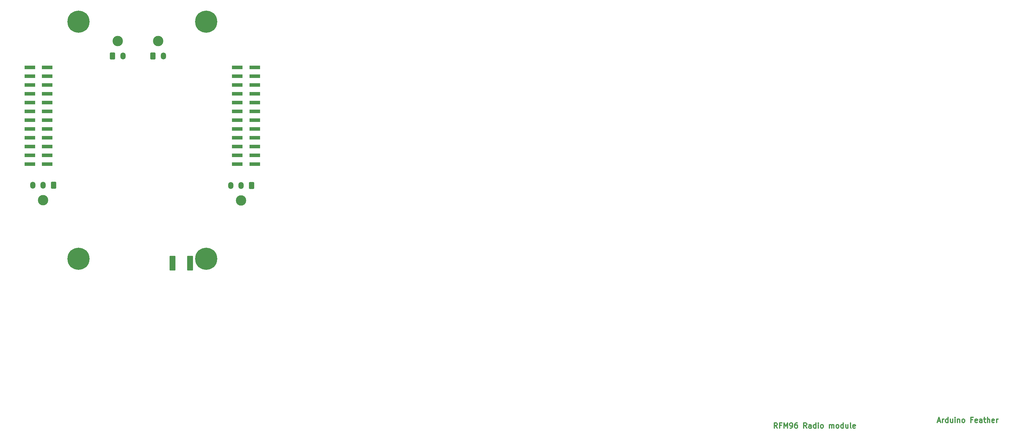
<source format=gbr>
%TF.GenerationSoftware,KiCad,Pcbnew,6.0.1*%
%TF.CreationDate,2022-02-10T22:23:25-06:00*%
%TF.ProjectId,COTS_TELEM,434f5453-5f54-4454-9c45-4d2e6b696361,rev?*%
%TF.SameCoordinates,Original*%
%TF.FileFunction,Soldermask,Bot*%
%TF.FilePolarity,Negative*%
%FSLAX46Y46*%
G04 Gerber Fmt 4.6, Leading zero omitted, Abs format (unit mm)*
G04 Created by KiCad (PCBNEW 6.0.1) date 2022-02-10 22:23:25*
%MOMM*%
%LPD*%
G01*
G04 APERTURE LIST*
G04 Aperture macros list*
%AMRoundRect*
0 Rectangle with rounded corners*
0 $1 Rounding radius*
0 $2 $3 $4 $5 $6 $7 $8 $9 X,Y pos of 4 corners*
0 Add a 4 corners polygon primitive as box body*
4,1,4,$2,$3,$4,$5,$6,$7,$8,$9,$2,$3,0*
0 Add four circle primitives for the rounded corners*
1,1,$1+$1,$2,$3*
1,1,$1+$1,$4,$5*
1,1,$1+$1,$6,$7*
1,1,$1+$1,$8,$9*
0 Add four rect primitives between the rounded corners*
20,1,$1+$1,$2,$3,$4,$5,0*
20,1,$1+$1,$4,$5,$6,$7,0*
20,1,$1+$1,$6,$7,$8,$9,0*
20,1,$1+$1,$8,$9,$2,$3,0*%
G04 Aperture macros list end*
%ADD10C,0.300000*%
%ADD11C,3.000000*%
%ADD12RoundRect,0.250001X0.499999X0.759999X-0.499999X0.759999X-0.499999X-0.759999X0.499999X-0.759999X0*%
%ADD13O,1.500000X2.020000*%
%ADD14C,0.800000*%
%ADD15C,6.400000*%
%ADD16RoundRect,0.250001X-0.499999X-0.759999X0.499999X-0.759999X0.499999X0.759999X-0.499999X0.759999X0*%
%ADD17RoundRect,0.050800X0.762000X2.032000X-0.762000X2.032000X-0.762000X-2.032000X0.762000X-2.032000X0*%
%ADD18R,3.150000X1.000000*%
G04 APERTURE END LIST*
D10*
X229957142Y-81150000D02*
X230671428Y-81150000D01*
X229814285Y-81578571D02*
X230314285Y-80078571D01*
X230814285Y-81578571D01*
X231314285Y-81578571D02*
X231314285Y-80578571D01*
X231314285Y-80864285D02*
X231385714Y-80721428D01*
X231457142Y-80650000D01*
X231600000Y-80578571D01*
X231742857Y-80578571D01*
X232885714Y-81578571D02*
X232885714Y-80078571D01*
X232885714Y-81507142D02*
X232742857Y-81578571D01*
X232457142Y-81578571D01*
X232314285Y-81507142D01*
X232242857Y-81435714D01*
X232171428Y-81292857D01*
X232171428Y-80864285D01*
X232242857Y-80721428D01*
X232314285Y-80650000D01*
X232457142Y-80578571D01*
X232742857Y-80578571D01*
X232885714Y-80650000D01*
X234242857Y-80578571D02*
X234242857Y-81578571D01*
X233600000Y-80578571D02*
X233600000Y-81364285D01*
X233671428Y-81507142D01*
X233814285Y-81578571D01*
X234028571Y-81578571D01*
X234171428Y-81507142D01*
X234242857Y-81435714D01*
X234957142Y-81578571D02*
X234957142Y-80578571D01*
X234957142Y-80078571D02*
X234885714Y-80150000D01*
X234957142Y-80221428D01*
X235028571Y-80150000D01*
X234957142Y-80078571D01*
X234957142Y-80221428D01*
X235671428Y-80578571D02*
X235671428Y-81578571D01*
X235671428Y-80721428D02*
X235742857Y-80650000D01*
X235885714Y-80578571D01*
X236100000Y-80578571D01*
X236242857Y-80650000D01*
X236314285Y-80792857D01*
X236314285Y-81578571D01*
X237242857Y-81578571D02*
X237100000Y-81507142D01*
X237028571Y-81435714D01*
X236957142Y-81292857D01*
X236957142Y-80864285D01*
X237028571Y-80721428D01*
X237100000Y-80650000D01*
X237242857Y-80578571D01*
X237457142Y-80578571D01*
X237600000Y-80650000D01*
X237671428Y-80721428D01*
X237742857Y-80864285D01*
X237742857Y-81292857D01*
X237671428Y-81435714D01*
X237600000Y-81507142D01*
X237457142Y-81578571D01*
X237242857Y-81578571D01*
X240028571Y-80792857D02*
X239528571Y-80792857D01*
X239528571Y-81578571D02*
X239528571Y-80078571D01*
X240242857Y-80078571D01*
X241385714Y-81507142D02*
X241242857Y-81578571D01*
X240957142Y-81578571D01*
X240814285Y-81507142D01*
X240742857Y-81364285D01*
X240742857Y-80792857D01*
X240814285Y-80650000D01*
X240957142Y-80578571D01*
X241242857Y-80578571D01*
X241385714Y-80650000D01*
X241457142Y-80792857D01*
X241457142Y-80935714D01*
X240742857Y-81078571D01*
X242742857Y-81578571D02*
X242742857Y-80792857D01*
X242671428Y-80650000D01*
X242528571Y-80578571D01*
X242242857Y-80578571D01*
X242100000Y-80650000D01*
X242742857Y-81507142D02*
X242600000Y-81578571D01*
X242242857Y-81578571D01*
X242100000Y-81507142D01*
X242028571Y-81364285D01*
X242028571Y-81221428D01*
X242100000Y-81078571D01*
X242242857Y-81007142D01*
X242600000Y-81007142D01*
X242742857Y-80935714D01*
X243242857Y-80578571D02*
X243814285Y-80578571D01*
X243457142Y-80078571D02*
X243457142Y-81364285D01*
X243528571Y-81507142D01*
X243671428Y-81578571D01*
X243814285Y-81578571D01*
X244314285Y-81578571D02*
X244314285Y-80078571D01*
X244957142Y-81578571D02*
X244957142Y-80792857D01*
X244885714Y-80650000D01*
X244742857Y-80578571D01*
X244528571Y-80578571D01*
X244385714Y-80650000D01*
X244314285Y-80721428D01*
X246242857Y-81507142D02*
X246100000Y-81578571D01*
X245814285Y-81578571D01*
X245671428Y-81507142D01*
X245600000Y-81364285D01*
X245600000Y-80792857D01*
X245671428Y-80650000D01*
X245814285Y-80578571D01*
X246100000Y-80578571D01*
X246242857Y-80650000D01*
X246314285Y-80792857D01*
X246314285Y-80935714D01*
X245600000Y-81078571D01*
X246957142Y-81578571D02*
X246957142Y-80578571D01*
X246957142Y-80864285D02*
X247028571Y-80721428D01*
X247100000Y-80650000D01*
X247242857Y-80578571D01*
X247385714Y-80578571D01*
X183578571Y-83178571D02*
X183078571Y-82464285D01*
X182721428Y-83178571D02*
X182721428Y-81678571D01*
X183292857Y-81678571D01*
X183435714Y-81750000D01*
X183507142Y-81821428D01*
X183578571Y-81964285D01*
X183578571Y-82178571D01*
X183507142Y-82321428D01*
X183435714Y-82392857D01*
X183292857Y-82464285D01*
X182721428Y-82464285D01*
X184721428Y-82392857D02*
X184221428Y-82392857D01*
X184221428Y-83178571D02*
X184221428Y-81678571D01*
X184935714Y-81678571D01*
X185507142Y-83178571D02*
X185507142Y-81678571D01*
X186007142Y-82750000D01*
X186507142Y-81678571D01*
X186507142Y-83178571D01*
X187292857Y-83178571D02*
X187578571Y-83178571D01*
X187721428Y-83107142D01*
X187792857Y-83035714D01*
X187935714Y-82821428D01*
X188007142Y-82535714D01*
X188007142Y-81964285D01*
X187935714Y-81821428D01*
X187864285Y-81750000D01*
X187721428Y-81678571D01*
X187435714Y-81678571D01*
X187292857Y-81750000D01*
X187221428Y-81821428D01*
X187150000Y-81964285D01*
X187150000Y-82321428D01*
X187221428Y-82464285D01*
X187292857Y-82535714D01*
X187435714Y-82607142D01*
X187721428Y-82607142D01*
X187864285Y-82535714D01*
X187935714Y-82464285D01*
X188007142Y-82321428D01*
X189292857Y-81678571D02*
X189007142Y-81678571D01*
X188864285Y-81750000D01*
X188792857Y-81821428D01*
X188650000Y-82035714D01*
X188578571Y-82321428D01*
X188578571Y-82892857D01*
X188650000Y-83035714D01*
X188721428Y-83107142D01*
X188864285Y-83178571D01*
X189150000Y-83178571D01*
X189292857Y-83107142D01*
X189364285Y-83035714D01*
X189435714Y-82892857D01*
X189435714Y-82535714D01*
X189364285Y-82392857D01*
X189292857Y-82321428D01*
X189150000Y-82250000D01*
X188864285Y-82250000D01*
X188721428Y-82321428D01*
X188650000Y-82392857D01*
X188578571Y-82535714D01*
X192078571Y-83178571D02*
X191578571Y-82464285D01*
X191221428Y-83178571D02*
X191221428Y-81678571D01*
X191792857Y-81678571D01*
X191935714Y-81750000D01*
X192007142Y-81821428D01*
X192078571Y-81964285D01*
X192078571Y-82178571D01*
X192007142Y-82321428D01*
X191935714Y-82392857D01*
X191792857Y-82464285D01*
X191221428Y-82464285D01*
X193364285Y-83178571D02*
X193364285Y-82392857D01*
X193292857Y-82250000D01*
X193150000Y-82178571D01*
X192864285Y-82178571D01*
X192721428Y-82250000D01*
X193364285Y-83107142D02*
X193221428Y-83178571D01*
X192864285Y-83178571D01*
X192721428Y-83107142D01*
X192650000Y-82964285D01*
X192650000Y-82821428D01*
X192721428Y-82678571D01*
X192864285Y-82607142D01*
X193221428Y-82607142D01*
X193364285Y-82535714D01*
X194721428Y-83178571D02*
X194721428Y-81678571D01*
X194721428Y-83107142D02*
X194578571Y-83178571D01*
X194292857Y-83178571D01*
X194150000Y-83107142D01*
X194078571Y-83035714D01*
X194007142Y-82892857D01*
X194007142Y-82464285D01*
X194078571Y-82321428D01*
X194150000Y-82250000D01*
X194292857Y-82178571D01*
X194578571Y-82178571D01*
X194721428Y-82250000D01*
X195435714Y-83178571D02*
X195435714Y-82178571D01*
X195435714Y-81678571D02*
X195364285Y-81750000D01*
X195435714Y-81821428D01*
X195507142Y-81750000D01*
X195435714Y-81678571D01*
X195435714Y-81821428D01*
X196364285Y-83178571D02*
X196221428Y-83107142D01*
X196150000Y-83035714D01*
X196078571Y-82892857D01*
X196078571Y-82464285D01*
X196150000Y-82321428D01*
X196221428Y-82250000D01*
X196364285Y-82178571D01*
X196578571Y-82178571D01*
X196721428Y-82250000D01*
X196792857Y-82321428D01*
X196864285Y-82464285D01*
X196864285Y-82892857D01*
X196792857Y-83035714D01*
X196721428Y-83107142D01*
X196578571Y-83178571D01*
X196364285Y-83178571D01*
X198649999Y-83178571D02*
X198649999Y-82178571D01*
X198649999Y-82321428D02*
X198721428Y-82250000D01*
X198864285Y-82178571D01*
X199078571Y-82178571D01*
X199221428Y-82250000D01*
X199292857Y-82392857D01*
X199292857Y-83178571D01*
X199292857Y-82392857D02*
X199364285Y-82250000D01*
X199507142Y-82178571D01*
X199721428Y-82178571D01*
X199864285Y-82250000D01*
X199935714Y-82392857D01*
X199935714Y-83178571D01*
X200864285Y-83178571D02*
X200721428Y-83107142D01*
X200650000Y-83035714D01*
X200578571Y-82892857D01*
X200578571Y-82464285D01*
X200650000Y-82321428D01*
X200721428Y-82250000D01*
X200864285Y-82178571D01*
X201078571Y-82178571D01*
X201221428Y-82250000D01*
X201292857Y-82321428D01*
X201364285Y-82464285D01*
X201364285Y-82892857D01*
X201292857Y-83035714D01*
X201221428Y-83107142D01*
X201078571Y-83178571D01*
X200864285Y-83178571D01*
X202650000Y-83178571D02*
X202650000Y-81678571D01*
X202650000Y-83107142D02*
X202507142Y-83178571D01*
X202221428Y-83178571D01*
X202078571Y-83107142D01*
X202007142Y-83035714D01*
X201935714Y-82892857D01*
X201935714Y-82464285D01*
X202007142Y-82321428D01*
X202078571Y-82250000D01*
X202221428Y-82178571D01*
X202507142Y-82178571D01*
X202650000Y-82250000D01*
X204007142Y-82178571D02*
X204007142Y-83178571D01*
X203364285Y-82178571D02*
X203364285Y-82964285D01*
X203435714Y-83107142D01*
X203578571Y-83178571D01*
X203792857Y-83178571D01*
X203935714Y-83107142D01*
X204007142Y-83035714D01*
X204935714Y-83178571D02*
X204792857Y-83107142D01*
X204721428Y-82964285D01*
X204721428Y-81678571D01*
X206078571Y-83107142D02*
X205935714Y-83178571D01*
X205650000Y-83178571D01*
X205507142Y-83107142D01*
X205435714Y-82964285D01*
X205435714Y-82392857D01*
X205507142Y-82250000D01*
X205650000Y-82178571D01*
X205935714Y-82178571D01*
X206078571Y-82250000D01*
X206150000Y-82392857D01*
X206150000Y-82535714D01*
X205435714Y-82678571D01*
D11*
%TO.C,J9*%
X28550000Y-17434107D03*
D12*
X31550000Y-13114107D03*
D13*
X28550000Y-13114107D03*
X25550000Y-13114107D03*
%TD*%
D11*
%TO.C,J7*%
X-28660000Y-17360000D03*
D12*
X-25660000Y-13040000D03*
D13*
X-28660000Y-13040000D03*
X-31660000Y-13040000D03*
%TD*%
D14*
%TO.C,REF\u002A\u002A*%
X-16742944Y-35997056D03*
X-18440000Y-36700000D03*
X-16040000Y-34300000D03*
X-20137056Y-32602944D03*
X-16742944Y-32602944D03*
X-20840000Y-34300000D03*
X-18440000Y-31900000D03*
D15*
X-18440000Y-34300000D03*
D14*
X-20137056Y-35997056D03*
%TD*%
D11*
%TO.C,J10*%
X4590000Y28600000D03*
D16*
X3090000Y24280000D03*
D13*
X6090000Y24280000D03*
%TD*%
D11*
%TO.C,J8*%
X-7100000Y28600000D03*
D16*
X-8600000Y24280000D03*
D13*
X-5600000Y24280000D03*
%TD*%
D14*
%TO.C,REF\u002A\u002A*%
X16742944Y32552944D03*
X18440000Y31850000D03*
X20137056Y35947056D03*
X16742944Y35947056D03*
X16040000Y34250000D03*
X20137056Y32552944D03*
D15*
X18440000Y34250000D03*
D14*
X20840000Y34250000D03*
X18440000Y36650000D03*
%TD*%
D17*
%TO.C,X1*%
X8740000Y-35526000D03*
X13820000Y-35526000D03*
%TD*%
D15*
%TO.C,REF\u002A\u002A*%
X18450000Y-34300000D03*
D14*
X18450000Y-31900000D03*
X16752944Y-35997056D03*
X18450000Y-36700000D03*
X20850000Y-34300000D03*
X16752944Y-32602944D03*
X16050000Y-34300000D03*
X20147056Y-35997056D03*
X20147056Y-32602944D03*
%TD*%
%TO.C,REF\u002A\u002A*%
X-18450000Y31790000D03*
D15*
X-18450000Y34190000D03*
D14*
X-16752944Y35887056D03*
X-18450000Y36590000D03*
X-20850000Y34190000D03*
X-20147056Y35887056D03*
X-16752944Y32492944D03*
X-20147056Y32492944D03*
X-16050000Y34190000D03*
%TD*%
D18*
%TO.C,J2*%
X27475000Y-6970000D03*
X32525000Y-6970000D03*
X27475000Y-4430000D03*
X32525000Y-4430000D03*
X27475000Y-1890000D03*
X32525000Y-1890000D03*
X27475000Y650000D03*
X32525000Y650000D03*
X27475000Y3190000D03*
X32525000Y3190000D03*
X27475000Y5730000D03*
X32525000Y5730000D03*
X27475000Y8270000D03*
X32525000Y8270000D03*
X27475000Y10810000D03*
X32525000Y10810000D03*
X27475000Y13350000D03*
X32525000Y13350000D03*
X27475000Y15890000D03*
X32525000Y15890000D03*
X27475000Y18430000D03*
X32525000Y18430000D03*
X27475000Y20970000D03*
X32525000Y20970000D03*
%TD*%
%TO.C,J4*%
X-27475000Y20970000D03*
X-32525000Y20970000D03*
X-27475000Y18430000D03*
X-32525000Y18430000D03*
X-27475000Y15890000D03*
X-32525000Y15890000D03*
X-27475000Y13350000D03*
X-32525000Y13350000D03*
X-27475000Y10810000D03*
X-32525000Y10810000D03*
X-27475000Y8270000D03*
X-32525000Y8270000D03*
X-27475000Y5730000D03*
X-32525000Y5730000D03*
X-27475000Y3190000D03*
X-32525000Y3190000D03*
X-27475000Y650000D03*
X-32525000Y650000D03*
X-27475000Y-1890000D03*
X-32525000Y-1890000D03*
X-27475000Y-4430000D03*
X-32525000Y-4430000D03*
X-27475000Y-6970000D03*
X-32525000Y-6970000D03*
%TD*%
M02*

</source>
